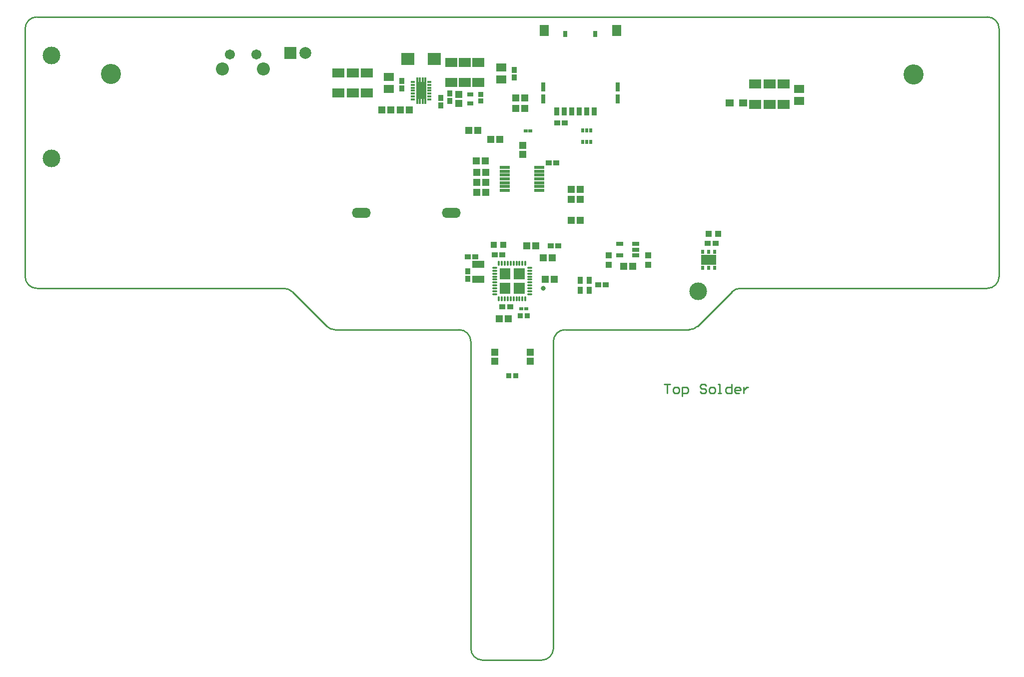
<source format=gts>
G04 Layer_Color=8388736*
%FSLAX43Y43*%
%MOMM*%
G71*
G01*
G75*
%ADD45C,0.254*%
%ADD95R,0.703X0.603*%
%ADD96R,0.953X0.903*%
%ADD97R,1.223X1.223*%
%ADD98R,1.253X0.803*%
%ADD99R,1.103X0.903*%
%ADD100R,1.803X0.603*%
%ADD101C,0.813*%
%ADD102C,3.000*%
%ADD103R,0.903X1.203*%
%ADD104O,0.900X0.330*%
%ADD105O,0.330X0.900*%
%ADD106R,1.223X1.223*%
%ADD107R,2.103X1.503*%
%ADD108R,1.803X1.403*%
%ADD109R,1.003X1.003*%
%ADD110R,0.903X1.103*%
%ADD111R,1.003X1.003*%
%ADD112R,0.502X0.802*%
%ADD113R,1.353X1.203*%
%ADD114R,0.653X1.503*%
%ADD115R,0.853X1.353*%
%ADD116R,1.603X1.903*%
%ADD117R,0.743X1.003*%
%ADD118R,2.203X2.003*%
%ADD119R,0.903X0.953*%
%ADD120O,0.740X0.380*%
%ADD121R,1.720X2.990*%
%ADD122R,0.300X0.875*%
%ADD123R,2.103X1.303*%
%ADD124R,1.103X0.703*%
%ADD125R,0.603X0.803*%
%ADD126R,2.603X1.703*%
%ADD127C,0.102*%
%ADD128O,3.203X1.703*%
%ADD129R,2.003X2.003*%
%ADD130C,2.003*%
%ADD131C,1.703*%
%ADD132C,2.203*%
%ADD133C,3.403*%
G36*
X2125Y59546D02*
X300D01*
Y61371D01*
X2125D01*
Y59546D01*
D02*
G37*
G36*
X-300D02*
X-2125D01*
Y61371D01*
X-300D01*
Y59546D01*
D02*
G37*
G36*
X2125Y57121D02*
X300D01*
Y58946D01*
X2125D01*
Y57121D01*
D02*
G37*
G36*
X-300D02*
X-2125D01*
Y58946D01*
X-300D01*
Y57121D01*
D02*
G37*
D45*
X25800Y41724D02*
X26816D01*
X26308D01*
Y40200D01*
X27577D02*
X28085D01*
X28339Y40454D01*
Y40962D01*
X28085Y41216D01*
X27577D01*
X27324Y40962D01*
Y40454D01*
X27577Y40200D01*
X28847Y39692D02*
Y41216D01*
X29609D01*
X29863Y40962D01*
Y40454D01*
X29609Y40200D01*
X28847D01*
X32910Y41470D02*
X32656Y41724D01*
X32148D01*
X31894Y41470D01*
Y41216D01*
X32148Y40962D01*
X32656D01*
X32910Y40708D01*
Y40454D01*
X32656Y40200D01*
X32148D01*
X31894Y40454D01*
X33671Y40200D02*
X34179D01*
X34433Y40454D01*
Y40962D01*
X34179Y41216D01*
X33671D01*
X33418Y40962D01*
Y40454D01*
X33671Y40200D01*
X34941D02*
X35449D01*
X35195D01*
Y41724D01*
X34941D01*
X37226D02*
Y40200D01*
X36465D01*
X36211Y40454D01*
Y40962D01*
X36465Y41216D01*
X37226D01*
X38496Y40200D02*
X37988D01*
X37734Y40454D01*
Y40962D01*
X37988Y41216D01*
X38496D01*
X38750Y40962D01*
Y40708D01*
X37734D01*
X39258Y41216D02*
Y40200D01*
Y40708D01*
X39512Y40962D01*
X39765Y41216D01*
X40019D01*
X5000Y-5000D02*
G03*
X7000Y-3000I0J2000D01*
G01*
X-7000D02*
G03*
X-5000Y-5000I2000J0D01*
G01*
X-7000Y49000D02*
G03*
X-9000Y51000I-2000J0D01*
G01*
X-31414Y51586D02*
G03*
X-30000Y51000I1414J1414D01*
G01*
X-37243Y57414D02*
G03*
X-38657Y58000I-1414J-1414D01*
G01*
X-82500Y60000D02*
G03*
X-80500Y58000I2000J0D01*
G01*
Y104000D02*
G03*
X-82500Y102000I0J-2000D01*
G01*
X82500D02*
G03*
X80500Y104000I-2000J0D01*
G01*
Y58000D02*
G03*
X82500Y60000I0J2000D01*
G01*
X38657Y58000D02*
G03*
X37243Y57414I0J-2000D01*
G01*
X30000Y51000D02*
G03*
X31414Y51586I0J2000D01*
G01*
X9000Y51000D02*
G03*
X7000Y49000I0J-2000D01*
G01*
X7000Y-3000D02*
Y49000D01*
X-5000Y-5000D02*
X5000D01*
X-7000Y-3000D02*
Y49000D01*
X-30000Y51000D02*
X-9000D01*
X-37243Y57414D02*
X-31414Y51586D01*
X-80500Y58000D02*
X-38657D01*
X-82500Y60000D02*
Y102000D01*
X-80500Y104000D02*
X80500D01*
X82500Y60000D02*
Y102000D01*
X38657Y58000D02*
X80500D01*
X31414Y51586D02*
X37243Y57414D01*
X9000Y51000D02*
X30000D01*
D95*
X1569Y54544D02*
D03*
X2369D02*
D03*
X2283Y84670D02*
D03*
X3083D02*
D03*
D96*
X2567Y53396D02*
D03*
X1417D02*
D03*
X-575Y43180D02*
D03*
X575D02*
D03*
D97*
X-2169Y52845D02*
D03*
X-649D02*
D03*
X5609Y59503D02*
D03*
X7129D02*
D03*
X6829Y63165D02*
D03*
X5309D02*
D03*
X2515Y65180D02*
D03*
X4035D02*
D03*
X-3585Y83208D02*
D03*
X-2065D02*
D03*
X-5785Y84732D02*
D03*
X-7305D02*
D03*
X10041Y73106D02*
D03*
X11561D02*
D03*
X-4503Y74296D02*
D03*
X-6023D02*
D03*
X-4503Y75995D02*
D03*
X-6023D02*
D03*
X-4503Y77696D02*
D03*
X-6023D02*
D03*
X-4512Y79566D02*
D03*
X-6032D02*
D03*
X10041Y74806D02*
D03*
X11561D02*
D03*
X10043Y69509D02*
D03*
X11563D02*
D03*
X-18922Y88203D02*
D03*
X-17402D02*
D03*
X-20574Y88204D02*
D03*
X-22094D02*
D03*
X18870Y61708D02*
D03*
X20390D02*
D03*
X2128Y90307D02*
D03*
X608D02*
D03*
X653Y88463D02*
D03*
X2173D02*
D03*
D98*
X18230Y65508D02*
D03*
Y63608D02*
D03*
X20930Y65508D02*
D03*
Y64558D02*
D03*
Y63608D02*
D03*
D99*
X14590Y58569D02*
D03*
X15890D02*
D03*
X6506Y65181D02*
D03*
X7806D02*
D03*
X6211Y79248D02*
D03*
X7511D02*
D03*
X8950Y86000D02*
D03*
X7650D02*
D03*
X-350Y54900D02*
D03*
X-1650D02*
D03*
X-7537Y63345D02*
D03*
X-6237D02*
D03*
X33150Y65600D02*
D03*
X34450D02*
D03*
X-1650Y63690D02*
D03*
X-2950D02*
D03*
D100*
X-1240Y78498D02*
D03*
Y77848D02*
D03*
Y77198D02*
D03*
Y76548D02*
D03*
Y75898D02*
D03*
Y75248D02*
D03*
Y74598D02*
D03*
X4560D02*
D03*
Y75248D02*
D03*
Y75898D02*
D03*
Y76548D02*
D03*
Y77198D02*
D03*
Y77848D02*
D03*
Y78498D02*
D03*
D101*
X5286Y57978D02*
D03*
D102*
X31500Y57500D02*
D03*
X-78000Y80000D02*
D03*
X-78000Y97500D02*
D03*
D103*
X13050Y57700D02*
D03*
X11550D02*
D03*
X13050Y59400D02*
D03*
X11550D02*
D03*
D104*
X-2975Y57496D02*
D03*
X-2975Y56996D02*
D03*
X-2975Y57996D02*
D03*
X-2975Y58496D02*
D03*
X-2975Y58996D02*
D03*
X-2975Y59496D02*
D03*
X-2975Y59996D02*
D03*
X-2975Y60496D02*
D03*
X-2975Y60996D02*
D03*
X-2975Y61496D02*
D03*
X2975Y60996D02*
D03*
X2975Y61496D02*
D03*
X2975Y60496D02*
D03*
X2975Y59996D02*
D03*
X2975Y59496D02*
D03*
X2975Y58996D02*
D03*
X2975Y58496D02*
D03*
X2975Y57996D02*
D03*
X2975Y57496D02*
D03*
X2975Y56996D02*
D03*
D105*
X-1750Y62221D02*
D03*
X-2250Y62221D02*
D03*
X-1250Y62221D02*
D03*
X-750Y62221D02*
D03*
X-250Y62221D02*
D03*
X250Y62221D02*
D03*
X750Y62221D02*
D03*
X1250Y62221D02*
D03*
X1750Y62221D02*
D03*
X2250Y62221D02*
D03*
X-2250Y56271D02*
D03*
X-1750Y56271D02*
D03*
X-1250Y56271D02*
D03*
X-750Y56271D02*
D03*
X-250Y56271D02*
D03*
X250Y56271D02*
D03*
X750Y56271D02*
D03*
X1250Y56271D02*
D03*
X2250Y56271D02*
D03*
X1750Y56271D02*
D03*
D106*
X1785Y82206D02*
D03*
Y80686D02*
D03*
X-9000Y89340D02*
D03*
Y90860D02*
D03*
X-2932Y47137D02*
D03*
Y45617D02*
D03*
X3046Y47137D02*
D03*
Y45617D02*
D03*
D107*
X41200Y92600D02*
D03*
Y89200D02*
D03*
X43600Y92600D02*
D03*
Y89200D02*
D03*
X46000Y92600D02*
D03*
Y89200D02*
D03*
X-29400Y94500D02*
D03*
Y91100D02*
D03*
X-27000Y94500D02*
D03*
Y91100D02*
D03*
X-24600Y94500D02*
D03*
Y91100D02*
D03*
X-10300Y96300D02*
D03*
Y92900D02*
D03*
X-8000Y96300D02*
D03*
Y92900D02*
D03*
X-5700Y96300D02*
D03*
Y92900D02*
D03*
D108*
X48600Y89800D02*
D03*
Y91800D02*
D03*
X-20900D02*
D03*
Y93800D02*
D03*
X-1800Y93400D02*
D03*
Y95400D02*
D03*
D109*
X-3100Y65400D02*
D03*
X-1500D02*
D03*
X34900Y67200D02*
D03*
X33300D02*
D03*
D110*
X-18700Y91850D02*
D03*
Y93150D02*
D03*
X400Y93750D02*
D03*
Y95050D02*
D03*
X-7526Y60901D02*
D03*
Y59601D02*
D03*
X-10553Y91047D02*
D03*
Y89747D02*
D03*
X-12089Y90303D02*
D03*
Y89003D02*
D03*
D111*
X16330Y63608D02*
D03*
Y62008D02*
D03*
X23030Y63608D02*
D03*
Y62008D02*
D03*
D112*
X11980Y82850D02*
D03*
X13280Y82850D02*
D03*
Y84750D02*
D03*
X11980D02*
D03*
X12630Y84750D02*
D03*
X12630Y82850D02*
D03*
D113*
X39175Y89400D02*
D03*
X36825D02*
D03*
D114*
X5307Y92132D02*
D03*
Y90132D02*
D03*
X17847D02*
D03*
Y92132D02*
D03*
D115*
X7552Y87962D02*
D03*
X8822Y87962D02*
D03*
X10092Y87962D02*
D03*
X11362D02*
D03*
X12632D02*
D03*
X13902Y87962D02*
D03*
D116*
X5477Y101692D02*
D03*
X17687D02*
D03*
D117*
X9037Y101112D02*
D03*
X14117D02*
D03*
D118*
X-13150Y96900D02*
D03*
X-17650D02*
D03*
D119*
X-5300Y90875D02*
D03*
Y89725D02*
D03*
D120*
X-14000Y90000D02*
D03*
Y90500D02*
D03*
Y91000D02*
D03*
Y91500D02*
D03*
Y92000D02*
D03*
Y92500D02*
D03*
Y93000D02*
D03*
X-16800Y90000D02*
D03*
Y90500D02*
D03*
Y91000D02*
D03*
Y91500D02*
D03*
Y92000D02*
D03*
Y92500D02*
D03*
Y93000D02*
D03*
D121*
X-15400Y91500D02*
D03*
D122*
X-15170Y89700D02*
D03*
X-14710D02*
D03*
X-16090D02*
D03*
X-15630D02*
D03*
X-15170Y93300D02*
D03*
X-14710D02*
D03*
X-16090D02*
D03*
X-15630D02*
D03*
D123*
X-5700Y59550D02*
D03*
Y62050D02*
D03*
D124*
X-7100Y89350D02*
D03*
Y90850D02*
D03*
D125*
X32300Y61500D02*
D03*
X33300D02*
D03*
X34300D02*
D03*
Y64200D02*
D03*
X33300D02*
D03*
X32300D02*
D03*
D126*
X33300Y62850D02*
D03*
D127*
X-41700Y75600D02*
D03*
D128*
X-25516Y70836D02*
D03*
X-10276D02*
D03*
D129*
X-37540Y97900D02*
D03*
D130*
X-35040D02*
D03*
D131*
X-43350Y97650D02*
D03*
X-47850D02*
D03*
D132*
X-49100Y95150D02*
D03*
X-42100D02*
D03*
D133*
X-68000Y94300D02*
D03*
X68000Y94285D02*
D03*
M02*

</source>
